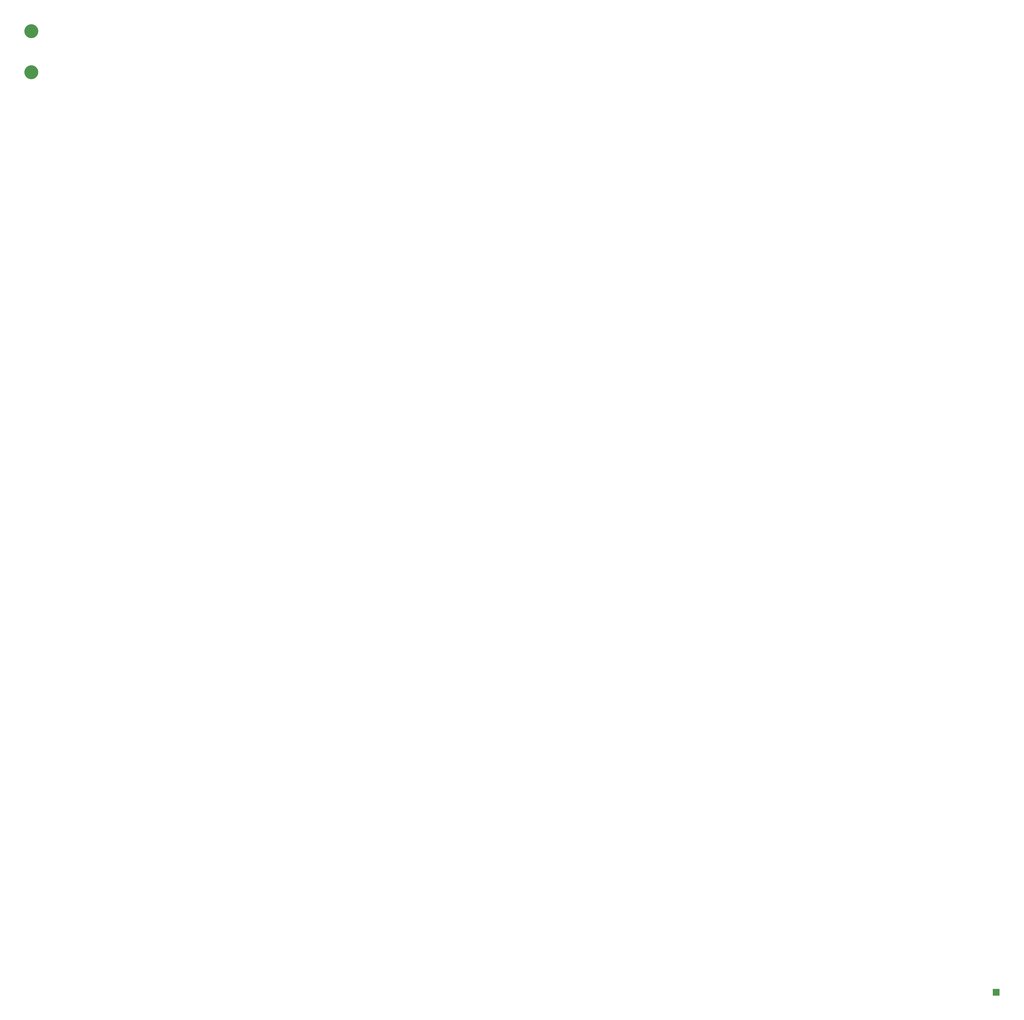
<source format=gbr>
%TF.GenerationSoftware,KiCad,Pcbnew,7.0.1-3b83917a11~172~ubuntu22.04.1*%
%TF.CreationDate,2023-12-10T15:59:10-05:00*%
%TF.ProjectId,coil_template_second,636f696c-5f74-4656-9d70-6c6174655f73,rev?*%
%TF.SameCoordinates,Original*%
%TF.FileFunction,Soldermask,Bot*%
%TF.FilePolarity,Negative*%
%FSLAX46Y46*%
G04 Gerber Fmt 4.6, Leading zero omitted, Abs format (unit mm)*
G04 Created by KiCad (PCBNEW 7.0.1-3b83917a11~172~ubuntu22.04.1) date 2023-12-10 15:59:10*
%MOMM*%
%LPD*%
G01*
G04 APERTURE LIST*
%ADD10C,10.160000*%
%ADD11R,5.000000X5.000000*%
G04 APERTURE END LIST*
D10*
%TO.C,J1*%
X45240000Y-75240000D03*
X45240000Y-45270000D03*
%TD*%
D11*
%TO.C,N1*%
X749431888Y-746902038D03*
%TD*%
M02*

</source>
